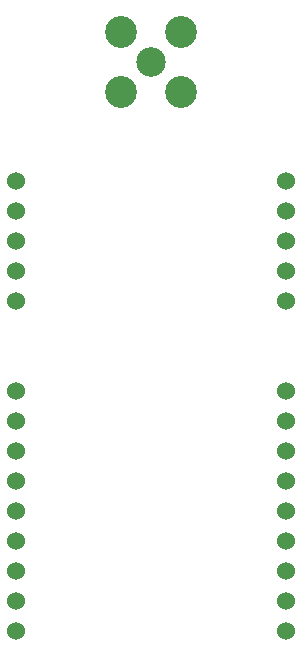
<source format=gbs>
%FSLAX46Y46*%
G04 Gerber Fmt 4.6, Leading zero omitted, Abs format (unit mm)*
G04 Created by KiCad (PCBNEW (2014-jul-16 BZR unknown)-product) date Fri 13 Mar 2015 08:43:45 PM CET*
%MOMM*%
G01*
G04 APERTURE LIST*
%ADD10C,0.150000*%
%ADD11C,1.524000*%
%ADD12C,2.499360*%
%ADD13C,2.700020*%
G04 APERTURE END LIST*
D10*
D11*
X185890000Y-59100000D03*
X185890000Y-61640000D03*
X185890000Y-64180000D03*
X185890000Y-66720000D03*
X185890000Y-69260000D03*
X185890000Y-76880000D03*
X185890000Y-79420000D03*
X185890000Y-81960000D03*
X185890000Y-84500000D03*
X185890000Y-87040000D03*
X185890000Y-89580000D03*
X185890000Y-92120000D03*
X185890000Y-94660000D03*
X185890000Y-97200000D03*
X208750000Y-59100000D03*
X208750000Y-61640000D03*
X208750000Y-64180000D03*
X208750000Y-66720000D03*
X208750000Y-69260000D03*
X208750000Y-76880000D03*
X208750000Y-79420000D03*
X208750000Y-81960000D03*
X208750000Y-84500000D03*
X208750000Y-87040000D03*
X208750000Y-89580000D03*
X208750000Y-92120000D03*
X208750000Y-94660000D03*
X208750000Y-97200000D03*
D12*
X197330000Y-48970000D03*
D13*
X199870000Y-46430000D03*
X194790000Y-46430000D03*
X194790000Y-51510000D03*
X199870000Y-51510000D03*
M02*

</source>
